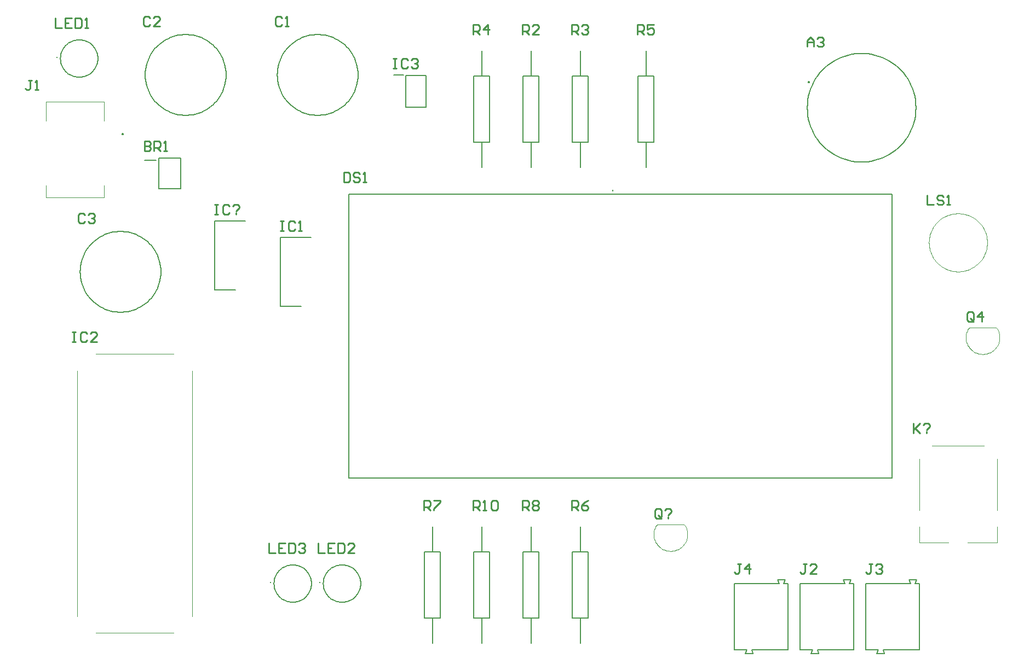
<source format=gto>
%FSTAX23Y23*%
%MOIN*%
%SFA1B1*%

%IPPOS*%
%ADD10C,0.003937*%
%ADD11C,0.007874*%
%ADD12C,0.005000*%
%ADD13C,0.010000*%
%LNpcb1-1*%
%LPD*%
G54D10*
X03596Y02894D02*
D01*
X03596Y02894*
X03597Y02894*
X03597Y02894*
X03597Y02894*
X03597Y02894*
X03597Y02894*
X03597Y02894*
X03597Y02894*
X03598Y02894*
X03598Y02894*
X03598Y02895*
X03598Y02895*
X03598Y02895*
X03598Y02895*
X03598Y02895*
X03598Y02895*
X03598Y02895*
X03598Y02895*
X03598Y02895*
X03598Y02896*
X03598Y02896*
X03598Y02896*
Y02896*
X03598Y02896*
X03598Y02896*
X03598Y02896*
X03598Y02897*
X03598Y02897*
X03598Y02897*
X03598Y02897*
X03598Y02897*
X03598Y02897*
X03598Y02897*
X03598Y02897*
X03598Y02897*
X03598Y02898*
X03597Y02898*
X03597Y02898*
X03597Y02898*
X03597Y02898*
X03597Y02898*
X03597Y02898*
X03597Y02898*
X03596Y02898*
X03596Y02898*
D01*
X03596Y02898*
X03596Y02898*
X03596Y02898*
X03596Y02898*
X03596Y02898*
X03596Y02898*
X03595Y02898*
X03595Y02898*
X03595Y02898*
X03595Y02897*
X03595Y02897*
X03595Y02897*
X03595Y02897*
X03595Y02897*
X03595Y02897*
X03595Y02897*
X03595Y02897*
X03594Y02897*
X03594Y02896*
X03594Y02896*
X03594Y02896*
X03594Y02896*
Y02896*
X03594Y02896*
X03594Y02896*
X03594Y02895*
X03594Y02895*
X03595Y02895*
X03595Y02895*
X03595Y02895*
X03595Y02895*
X03595Y02895*
X03595Y02895*
X03595Y02895*
X03595Y02894*
X03595Y02894*
X03595Y02894*
X03595Y02894*
X03596Y02894*
X03596Y02894*
X03596Y02894*
X03596Y02894*
X03596Y02894*
X03596Y02894*
X03596Y02894*
X03867Y0086D02*
D01*
X03863Y00854*
X03859Y00848*
X03856Y00841*
X03853Y00835*
X03851Y00828*
X03849Y00821*
X03848Y00814*
X03847Y00807*
X03847Y00799*
X03847Y00792*
X03848Y00785*
X03849Y00778*
X03851Y00771*
X03853Y00764*
X03856Y00758*
X03859Y00751*
X03863Y00745*
X03867Y00739*
X03871Y00734*
X03876Y00728*
X03881Y00723*
X03886Y00719*
X03892Y00715*
X03898Y00711*
X03905Y00707*
X03911Y00705*
X03918Y00702*
X03925Y007*
X03932Y00699*
X03939Y00698*
X03946Y00697*
X03953*
X0396Y00698*
X03967Y00699*
X03974Y007*
X03981Y00702*
X03988Y00705*
X03994Y00707*
X04001Y00711*
X04007Y00715*
X04013Y00719*
X04018Y00723*
X04023Y00728*
X04028Y00734*
X04032Y00739*
X04036Y00745*
X0404Y00751*
X04043Y00758*
X04046Y00764*
X04048Y00771*
X0405Y00778*
X04051Y00785*
X04052Y00792*
X04052Y008*
X04052Y00807*
X04051Y00814*
X0405Y00821*
X04048Y00828*
X04046Y00835*
X04043Y00841*
X0404Y00848*
X04036Y00854*
X04032Y0086*
X04032Y0086*
X01511Y00507D02*
D01*
X01511Y00507*
X01511Y00507*
X01511Y00507*
X01511Y00507*
X01511Y00507*
X01511Y00507*
X01511Y00506*
X01511Y00506*
X01511Y00506*
X01511Y00506*
X01511Y00506*
X01511Y00506*
X01511Y00506*
X01511Y00506*
X01512Y00506*
X01512Y00506*
X01512Y00506*
X01512Y00506*
X01512Y00505*
X01512Y00505*
X01512Y00505*
X01512Y00505*
X01513*
X01513Y00505*
X01513Y00505*
X01513Y00505*
X01513Y00506*
X01513Y00506*
X01513Y00506*
X01513Y00506*
X01514Y00506*
X01514Y00506*
X01514Y00506*
X01514Y00506*
X01514Y00506*
X01514Y00506*
X01514Y00506*
X01514Y00506*
X01514Y00507*
X01514Y00507*
X01514Y00507*
X01514Y00507*
X01514Y00507*
X01514Y00507*
X01514Y00507*
D01*
X01514Y00508*
X01514Y00508*
X01514Y00508*
X01514Y00508*
X01514Y00508*
X01514Y00508*
X01514Y00508*
X01514Y00508*
X01514Y00509*
X01514Y00509*
X01514Y00509*
X01514Y00509*
X01514Y00509*
X01514Y00509*
X01513Y00509*
X01513Y00509*
X01513Y00509*
X01513Y00509*
X01513Y00509*
X01513Y00509*
X01513Y00509*
X01513Y00509*
X01512*
X01512Y00509*
X01512Y00509*
X01512Y00509*
X01512Y00509*
X01512Y00509*
X01512Y00509*
X01512Y00509*
X01511Y00509*
X01511Y00509*
X01511Y00509*
X01511Y00509*
X01511Y00509*
X01511Y00509*
X01511Y00508*
X01511Y00508*
X01511Y00508*
X01511Y00508*
X01511Y00508*
X01511Y00508*
X01511Y00508*
X01511Y00508*
X01511Y00507*
X01811D02*
D01*
X01811Y00507*
X01811Y00507*
X01811Y00507*
X01811Y00507*
X01811Y00507*
X01811Y00507*
X01811Y00506*
X01811Y00506*
X01811Y00506*
X01811Y00506*
X01811Y00506*
X01811Y00506*
X01811Y00506*
X01811Y00506*
X01812Y00506*
X01812Y00506*
X01812Y00506*
X01812Y00506*
X01812Y00505*
X01812Y00505*
X01812Y00505*
X01812Y00505*
X01813*
X01813Y00505*
X01813Y00505*
X01813Y00505*
X01813Y00506*
X01813Y00506*
X01813Y00506*
X01813Y00506*
X01814Y00506*
X01814Y00506*
X01814Y00506*
X01814Y00506*
X01814Y00506*
X01814Y00506*
X01814Y00506*
X01814Y00506*
X01814Y00507*
X01814Y00507*
X01814Y00507*
X01814Y00507*
X01814Y00507*
X01814Y00507*
X01814Y00507*
D01*
X01814Y00508*
X01814Y00508*
X01814Y00508*
X01814Y00508*
X01814Y00508*
X01814Y00508*
X01814Y00508*
X01814Y00508*
X01814Y00509*
X01814Y00509*
X01814Y00509*
X01814Y00509*
X01814Y00509*
X01814Y00509*
X01813Y00509*
X01813Y00509*
X01813Y00509*
X01813Y00509*
X01813Y00509*
X01813Y00509*
X01813Y00509*
X01813Y00509*
X01812*
X01812Y00509*
X01812Y00509*
X01812Y00509*
X01812Y00509*
X01812Y00509*
X01812Y00509*
X01812Y00509*
X01811Y00509*
X01811Y00509*
X01811Y00509*
X01811Y00509*
X01811Y00509*
X01811Y00509*
X01811Y00508*
X01811Y00508*
X01811Y00508*
X01811Y00508*
X01811Y00508*
X01811Y00508*
X01811Y00508*
X01811Y00508*
X01811Y00507*
X05522Y02578D02*
D01*
X05523Y02566*
X05524Y02554*
X05526Y02541*
X05529Y02529*
X05533Y02518*
X05538Y02506*
X05543Y02495*
X05549Y02484*
X05556Y02474*
X05564Y02464*
X05572Y02455*
X05581Y02447*
X0559Y02439*
X056Y02431*
X05611Y02425*
X05622Y02419*
X05633Y02414*
X05645Y0241*
X05657Y02406*
X05669Y02404*
X05681Y02402*
X05693Y02401*
X05706*
X05718Y02402*
X0573Y02404*
X05742Y02406*
X05754Y0241*
X05766Y02414*
X05777Y02419*
X05788Y02425*
X05799Y02431*
X05809Y02439*
X05818Y02447*
X05827Y02455*
X05835Y02464*
X05843Y02474*
X0585Y02484*
X05856Y02495*
X05861Y02506*
X05866Y02518*
X0587Y02529*
X05873Y02541*
X05875Y02554*
X05876Y02566*
X05877Y02578*
D01*
X05876Y02591*
X05875Y02603*
X05873Y02615*
X0587Y02627*
X05866Y02639*
X05861Y0265*
X05856Y02661*
X0585Y02672*
X05843Y02682*
X05835Y02692*
X05827Y02701*
X05818Y0271*
X05809Y02718*
X05799Y02725*
X05788Y02732*
X05777Y02737*
X05766Y02743*
X05754Y02747*
X05742Y0275*
X0573Y02753*
X05718Y02754*
X05706Y02755*
X05693*
X05681Y02754*
X05669Y02753*
X05657Y0275*
X05645Y02747*
X05633Y02743*
X05622Y02737*
X05611Y02732*
X056Y02725*
X0559Y02718*
X05581Y0271*
X05572Y02701*
X05564Y02692*
X05556Y02682*
X05549Y02672*
X05543Y02661*
X05538Y0265*
X05533Y02639*
X05529Y02627*
X05526Y02615*
X05524Y02603*
X05523Y02591*
X05522Y02578*
X05767Y0206D02*
D01*
X05763Y02054*
X05759Y02048*
X05756Y02041*
X05753Y02035*
X05751Y02028*
X05749Y02021*
X05748Y02014*
X05747Y02007*
X05747Y01999*
X05747Y01992*
X05748Y01985*
X05749Y01978*
X05751Y01971*
X05753Y01964*
X05756Y01958*
X05759Y01951*
X05763Y01945*
X05767Y01939*
X05771Y01934*
X05776Y01928*
X05781Y01923*
X05786Y01919*
X05792Y01915*
X05798Y01911*
X05805Y01907*
X05811Y01905*
X05818Y01902*
X05825Y019*
X05832Y01899*
X05839Y01898*
X05846Y01897*
X05853*
X0586Y01898*
X05867Y01899*
X05874Y019*
X05881Y01902*
X05888Y01905*
X05894Y01907*
X05901Y01911*
X05907Y01915*
X05913Y01919*
X05918Y01923*
X05923Y01928*
X05928Y01934*
X05932Y01939*
X05936Y01945*
X0594Y01951*
X05943Y01958*
X05946Y01964*
X05948Y01971*
X0595Y01978*
X05951Y01985*
X05952Y01992*
X05952Y02*
X05952Y02007*
X05951Y02014*
X0595Y02021*
X05948Y02028*
X05946Y02035*
X05943Y02041*
X0594Y02048*
X05936Y02054*
X05932Y0206*
X05932Y0206*
X00211Y03707D02*
D01*
X00211Y03707*
X00211Y03707*
X00211Y03707*
X00211Y03707*
X00211Y03707*
X00211Y03707*
X00211Y03706*
X00211Y03706*
X00211Y03706*
X00211Y03706*
X00211Y03706*
X00211Y03706*
X00211Y03706*
X00211Y03706*
X00212Y03706*
X00212Y03706*
X00212Y03706*
X00212Y03706*
X00212Y03705*
X00212Y03705*
X00212Y03705*
X00212Y03705*
X00213*
X00213Y03705*
X00213Y03705*
X00213Y03705*
X00213Y03706*
X00213Y03706*
X00213Y03706*
X00213Y03706*
X00214Y03706*
X00214Y03706*
X00214Y03706*
X00214Y03706*
X00214Y03706*
X00214Y03706*
X00214Y03706*
X00214Y03706*
X00214Y03707*
X00214Y03707*
X00214Y03707*
X00214Y03707*
X00214Y03707*
X00214Y03707*
X00214Y03707*
D01*
X00214Y03708*
X00214Y03708*
X00214Y03708*
X00214Y03708*
X00214Y03708*
X00214Y03708*
X00214Y03708*
X00214Y03708*
X00214Y03709*
X00214Y03709*
X00214Y03709*
X00214Y03709*
X00214Y03709*
X00214Y03709*
X00213Y03709*
X00213Y03709*
X00213Y03709*
X00213Y03709*
X00213Y03709*
X00213Y03709*
X00213Y03709*
X00213Y03709*
X00212*
X00212Y03709*
X00212Y03709*
X00212Y03709*
X00212Y03709*
X00212Y03709*
X00212Y03709*
X00212Y03709*
X00211Y03709*
X00211Y03709*
X00211Y03709*
X00211Y03709*
X00211Y03709*
X00211Y03709*
X00211Y03708*
X00211Y03708*
X00211Y03708*
X00211Y03708*
X00211Y03708*
X00211Y03708*
X00211Y03708*
X00211Y03708*
X00211Y03707*
X00501Y03318D02*
Y03437D01*
X00147D02*
X00501D01*
X00147Y03318D02*
Y03437D01*
Y02854D02*
Y02925D01*
Y02854D02*
X00501D01*
Y02925*
X05463Y00748D02*
X0564D01*
X05463D02*
Y00847D01*
X05759Y00748D02*
X05936D01*
Y00847*
Y00945D02*
Y0126D01*
X05542Y01339D02*
X05857D01*
X05463Y00945D02*
Y0126D01*
X03867Y0086D02*
X04032D01*
X05767Y0206D02*
X05932D01*
X00452Y01899D02*
X00925D01*
X00452Y00199D02*
X00925D01*
X01038Y00301D02*
Y01797D01*
X00338Y00301D02*
Y01797D01*
G54D11*
X00615Y03244D02*
D01*
X00615Y03244*
X00615Y03244*
X00614Y03244*
X00614Y03243*
X00614Y03243*
X00614Y03243*
X00613Y03243*
X00613Y03243*
X00613Y03243*
X00613Y03243*
X00613Y03242*
X00612Y03242*
X00612Y03242*
X00612Y03242*
X00612Y03242*
X00612Y03241*
X00612Y03241*
X00612Y03241*
X00611Y03241*
X00611Y0324*
X00611Y0324*
X00611Y0324*
Y0324*
X00611Y03239*
X00611Y03239*
X00611Y03239*
X00612Y03238*
X00612Y03238*
X00612Y03238*
X00612Y03238*
X00612Y03237*
X00612Y03237*
X00612Y03237*
X00613Y03237*
X00613Y03237*
X00613Y03236*
X00613Y03236*
X00613Y03236*
X00614Y03236*
X00614Y03236*
X00614Y03236*
X00614Y03236*
X00615Y03236*
X00615Y03236*
X00615Y03236*
D01*
X00616Y03236*
X00616Y03236*
X00616Y03236*
X00616Y03236*
X00617Y03236*
X00617Y03236*
X00617Y03236*
X00617Y03236*
X00618Y03236*
X00618Y03237*
X00618Y03237*
X00618Y03237*
X00618Y03237*
X00619Y03237*
X00619Y03238*
X00619Y03238*
X00619Y03238*
X00619Y03238*
X00619Y03239*
X00619Y03239*
X00619Y03239*
X00619Y0324*
Y0324*
X00619Y0324*
X00619Y0324*
X00619Y03241*
X00619Y03241*
X00619Y03241*
X00619Y03241*
X00619Y03242*
X00619Y03242*
X00618Y03242*
X00618Y03242*
X00618Y03242*
X00618Y03243*
X00618Y03243*
X00617Y03243*
X00617Y03243*
X00617Y03243*
X00617Y03243*
X00616Y03243*
X00616Y03244*
X00616Y03244*
X00616Y03244*
X00615Y03244*
X00847Y024D02*
D01*
X00847Y02417*
X00845Y02434*
X00842Y02451*
X00838Y02467*
X00832Y02484*
X00826Y025*
X00818Y02515*
X0081Y0253*
X008Y02544*
X0079Y02558*
X00778Y0257*
X00766Y02582*
X00753Y02593*
X00739Y02603*
X00724Y02613*
X00709Y02621*
X00693Y02628*
X00677Y02634*
X00661Y02638*
X00644Y02642*
X00627Y02644*
X0061Y02645*
X00592*
X00575Y02644*
X00558Y02642*
X00542Y02638*
X00525Y02634*
X00509Y02628*
X00493Y02621*
X00478Y02613*
X00463Y02603*
X0045Y02593*
X00436Y02582*
X00424Y0257*
X00413Y02558*
X00402Y02544*
X00392Y0253*
X00384Y02515*
X00376Y025*
X0037Y02484*
X00365Y02467*
X0036Y02451*
X00357Y02434*
X00356Y02417*
X00355Y024*
X00356Y02382*
X00357Y02365*
X0036Y02348*
X00365Y02332*
X0037Y02315*
X00376Y02299*
X00384Y02284*
X00392Y02269*
X00402Y02255*
X00413Y02241*
X00424Y02229*
X00436Y02217*
X0045Y02206*
X00463Y02196*
X00478Y02186*
X00493Y02178*
X00509Y02171*
X00525Y02165*
X00542Y02161*
X00558Y02157*
X00575Y02155*
X00592Y02154*
X0061*
X00627Y02155*
X00644Y02157*
X00661Y02161*
X00677Y02165*
X00693Y02171*
X00709Y02178*
X00724Y02186*
X00739Y02196*
X00753Y02206*
X00766Y02217*
X00778Y02229*
X0079Y02241*
X008Y02255*
X0081Y02269*
X00818Y02284*
X00826Y02299*
X00832Y02315*
X00838Y02332*
X00842Y02348*
X00845Y02365*
X00847Y02382*
X00847Y024*
X0165Y00614D02*
D01*
X01642Y00613*
X01634Y00613*
X01626Y00611*
X01618Y00609*
X0161Y00607*
X01603Y00604*
X01596Y006*
X01589Y00596*
X01582Y00592*
X01576Y00587*
X0157Y00582*
X01565Y00576*
X0156Y0057*
X01555Y00563*
X01551Y00557*
X01547Y0055*
X01544Y00542*
X01541Y00535*
X01539Y00527*
X01537Y00519*
X01536Y00511*
X01535Y00503*
Y00496*
X01536Y00488*
X01537Y0048*
X01539Y00472*
X01541Y00464*
X01544Y00457*
X01547Y00449*
X01551Y00442*
X01555Y00436*
X0156Y00429*
X01565Y00423*
X0157Y00417*
X01576Y00412*
X01582Y00407*
X01589Y00403*
X01596Y00399*
X01603Y00395*
X0161Y00392*
X01618Y0039*
X01626Y00388*
X01634Y00386*
X01642Y00386*
X0165Y00385*
D01*
X01657Y00386*
X01665Y00386*
X01673Y00388*
X01681Y0039*
X01689Y00392*
X01696Y00395*
X01703Y00399*
X0171Y00403*
X01717Y00407*
X01723Y00412*
X01729Y00417*
X01734Y00423*
X01739Y00429*
X01744Y00436*
X01748Y00442*
X01752Y00449*
X01755Y00457*
X01758Y00464*
X0176Y00472*
X01762Y0048*
X01763Y00488*
X01764Y00496*
Y00503*
X01763Y00511*
X01762Y00519*
X0176Y00527*
X01758Y00535*
X01755Y00542*
X01752Y0055*
X01748Y00557*
X01744Y00563*
X01739Y0057*
X01734Y00576*
X01729Y00582*
X01723Y00587*
X01717Y00592*
X0171Y00596*
X01703Y006*
X01696Y00604*
X01689Y00607*
X01681Y00609*
X01673Y00611*
X01665Y00613*
X01657Y00613*
X0165Y00614*
X0195D02*
D01*
X01942Y00613*
X01934Y00613*
X01926Y00611*
X01918Y00609*
X0191Y00607*
X01903Y00604*
X01896Y006*
X01889Y00596*
X01882Y00592*
X01876Y00587*
X0187Y00582*
X01865Y00576*
X0186Y0057*
X01855Y00563*
X01851Y00557*
X01847Y0055*
X01844Y00542*
X01841Y00535*
X01839Y00527*
X01837Y00519*
X01836Y00511*
X01835Y00503*
Y00496*
X01836Y00488*
X01837Y0048*
X01839Y00472*
X01841Y00464*
X01844Y00457*
X01847Y00449*
X01851Y00442*
X01855Y00436*
X0186Y00429*
X01865Y00423*
X0187Y00417*
X01876Y00412*
X01882Y00407*
X01889Y00403*
X01896Y00399*
X01903Y00395*
X0191Y00392*
X01918Y0039*
X01926Y00388*
X01934Y00386*
X01942Y00386*
X0195Y00385*
D01*
X01957Y00386*
X01965Y00386*
X01973Y00388*
X01981Y0039*
X01989Y00392*
X01996Y00395*
X02003Y00399*
X0201Y00403*
X02017Y00407*
X02023Y00412*
X02029Y00417*
X02034Y00423*
X02039Y00429*
X02044Y00436*
X02048Y00442*
X02052Y00449*
X02055Y00457*
X02058Y00464*
X0206Y00472*
X02062Y0048*
X02063Y00488*
X02064Y00496*
Y00503*
X02063Y00511*
X02062Y00519*
X0206Y00527*
X02058Y00535*
X02055Y00542*
X02052Y0055*
X02048Y00557*
X02044Y00563*
X02039Y0057*
X02034Y00576*
X02029Y00582*
X02023Y00587*
X02017Y00592*
X0201Y00596*
X02003Y006*
X01996Y00604*
X01989Y00607*
X01981Y00609*
X01973Y00611*
X01965Y00613*
X01957Y00613*
X0195Y00614*
X01244Y036D02*
D01*
X01243Y03617*
X01242Y03634*
X01239Y03651*
X01234Y03667*
X01229Y03684*
X01223Y037*
X01215Y03715*
X01207Y0373*
X01197Y03744*
X01186Y03758*
X01175Y0377*
X01163Y03782*
X01149Y03793*
X01136Y03803*
X01121Y03813*
X01106Y03821*
X0109Y03828*
X01074Y03834*
X01057Y03838*
X01041Y03842*
X01024Y03844*
X01007Y03845*
X00989*
X00972Y03844*
X00955Y03842*
X00938Y03838*
X00922Y03834*
X00906Y03828*
X0089Y03821*
X00875Y03813*
X0086Y03803*
X00846Y03793*
X00833Y03782*
X00821Y0377*
X00809Y03758*
X00799Y03744*
X00789Y0373*
X00781Y03715*
X00773Y037*
X00767Y03684*
X00761Y03667*
X00757Y03651*
X00754Y03634*
X00752Y03617*
X00752Y036*
X00752Y03582*
X00754Y03565*
X00757Y03548*
X00761Y03532*
X00767Y03515*
X00773Y03499*
X00781Y03484*
X00789Y03469*
X00799Y03455*
X00809Y03441*
X00821Y03429*
X00833Y03417*
X00846Y03406*
X0086Y03396*
X00875Y03386*
X0089Y03378*
X00906Y03371*
X00922Y03365*
X00938Y03361*
X00955Y03357*
X00972Y03355*
X00989Y03354*
X01007*
X01024Y03355*
X01041Y03357*
X01057Y03361*
X01074Y03365*
X0109Y03371*
X01106Y03378*
X01121Y03386*
X01136Y03396*
X01149Y03406*
X01163Y03417*
X01175Y03429*
X01186Y03441*
X01197Y03455*
X01207Y03469*
X01215Y03484*
X01223Y03499*
X01229Y03515*
X01234Y03532*
X01239Y03548*
X01242Y03565*
X01243Y03582*
X01244Y036*
X0035Y03814D02*
D01*
X00342Y03813*
X00334Y03813*
X00326Y03811*
X00318Y03809*
X0031Y03807*
X00303Y03804*
X00296Y038*
X00289Y03796*
X00282Y03792*
X00276Y03787*
X0027Y03782*
X00265Y03776*
X0026Y0377*
X00255Y03763*
X00251Y03757*
X00247Y0375*
X00244Y03742*
X00241Y03735*
X00239Y03727*
X00237Y03719*
X00236Y03711*
X00235Y03703*
Y03696*
X00236Y03688*
X00237Y0368*
X00239Y03672*
X00241Y03664*
X00244Y03657*
X00247Y03649*
X00251Y03642*
X00255Y03636*
X0026Y03629*
X00265Y03623*
X0027Y03617*
X00276Y03612*
X00282Y03607*
X00289Y03603*
X00296Y03599*
X00303Y03595*
X0031Y03592*
X00318Y0359*
X00326Y03588*
X00334Y03586*
X00342Y03586*
X0035Y03585*
D01*
X00357Y03586*
X00365Y03586*
X00373Y03588*
X00381Y0359*
X00389Y03592*
X00396Y03595*
X00403Y03599*
X0041Y03603*
X00417Y03607*
X00423Y03612*
X00429Y03617*
X00434Y03623*
X00439Y03629*
X00444Y03636*
X00448Y03642*
X00452Y03649*
X00455Y03657*
X00458Y03664*
X0046Y03672*
X00462Y0368*
X00463Y03688*
X00464Y03696*
Y03703*
X00463Y03711*
X00462Y03719*
X0046Y03727*
X00458Y03735*
X00455Y03742*
X00452Y0375*
X00448Y03757*
X00444Y03763*
X00439Y0377*
X00434Y03776*
X00429Y03782*
X00423Y03787*
X00417Y03792*
X0041Y03796*
X00403Y038*
X00396Y03804*
X00389Y03807*
X00381Y03809*
X00373Y03811*
X00365Y03813*
X00357Y03813*
X0035Y03814*
X04794Y03557D02*
D01*
X04794Y03557*
X04794Y03558*
X04794Y03558*
X04793Y03558*
X04793Y03558*
X04793Y03559*
X04793Y03559*
X04793Y03559*
X04793Y03559*
X04793Y0356*
X04792Y0356*
X04792Y0356*
X04792Y0356*
X04792Y0356*
X04792Y0356*
X04791Y03561*
X04791Y03561*
X04791Y03561*
X04791Y03561*
X0479Y03561*
X0479Y03561*
X0479Y03561*
X0479*
X04789Y03561*
X04789Y03561*
X04789Y03561*
X04788Y03561*
X04788Y03561*
X04788Y03561*
X04788Y0356*
X04787Y0356*
X04787Y0356*
X04787Y0356*
X04787Y0356*
X04787Y0356*
X04786Y03559*
X04786Y03559*
X04786Y03559*
X04786Y03559*
X04786Y03558*
X04786Y03558*
X04786Y03558*
X04786Y03558*
X04786Y03557*
X04786Y03557*
X04786Y03557*
X04786Y03556*
X04786Y03556*
X04786Y03556*
X04786Y03556*
X04786Y03555*
X04786Y03555*
X04786Y03555*
X04786Y03555*
X04787Y03554*
X04787Y03554*
X04787Y03554*
X04787Y03554*
X04787Y03554*
X04788Y03554*
X04788Y03553*
X04788Y03553*
X04788Y03553*
X04789Y03553*
X04789Y03553*
X04789Y03553*
X0479Y03553*
X0479*
X0479Y03553*
X0479Y03553*
X04791Y03553*
X04791Y03553*
X04791Y03553*
X04791Y03553*
X04792Y03554*
X04792Y03554*
X04792Y03554*
X04792Y03554*
X04792Y03554*
X04793Y03554*
X04793Y03555*
X04793Y03555*
X04793Y03555*
X04793Y03555*
X04793Y03556*
X04793Y03556*
X04794Y03556*
X04794Y03556*
X04794Y03557*
X04794Y03557*
X02047Y036D02*
D01*
X02047Y03617*
X02045Y03634*
X02042Y03651*
X02038Y03667*
X02032Y03684*
X02026Y037*
X02018Y03715*
X0201Y0373*
X02Y03744*
X0199Y03758*
X01978Y0377*
X01966Y03782*
X01953Y03793*
X01939Y03803*
X01924Y03813*
X01909Y03821*
X01893Y03828*
X01877Y03834*
X01861Y03838*
X01844Y03842*
X01827Y03844*
X0181Y03845*
X01792*
X01775Y03844*
X01758Y03842*
X01742Y03838*
X01725Y03834*
X01709Y03828*
X01693Y03821*
X01678Y03813*
X01663Y03803*
X0165Y03793*
X01636Y03782*
X01624Y0377*
X01613Y03758*
X01602Y03744*
X01592Y0373*
X01584Y03715*
X01576Y037*
X0157Y03684*
X01565Y03667*
X0156Y03651*
X01557Y03634*
X01556Y03617*
X01555Y036*
X01556Y03582*
X01557Y03565*
X0156Y03548*
X01565Y03532*
X0157Y03515*
X01576Y03499*
X01584Y03484*
X01592Y03469*
X01602Y03455*
X01613Y03441*
X01624Y03429*
X01636Y03417*
X0165Y03406*
X01663Y03396*
X01678Y03386*
X01693Y03378*
X01709Y03371*
X01725Y03365*
X01742Y03361*
X01758Y03357*
X01775Y03355*
X01792Y03354*
X0181*
X01827Y03355*
X01844Y03357*
X01861Y03361*
X01877Y03365*
X01893Y03371*
X01909Y03378*
X01924Y03386*
X01939Y03396*
X01953Y03406*
X01966Y03417*
X01978Y03429*
X0199Y03441*
X02Y03455*
X0201Y03469*
X02018Y03484*
X02026Y03499*
X02032Y03515*
X02038Y03532*
X02042Y03548*
X02045Y03565*
X02047Y03582*
X02047Y036*
X05298Y01142D02*
Y02874D01*
X01991D02*
X05298D01*
X01991Y01142D02*
Y02874D01*
Y01142D02*
X05298D01*
X03352Y03188D02*
Y03594D01*
X03447*
Y03188D02*
Y03594D01*
X03352Y03188D02*
X03447D01*
X034Y03036D02*
Y03188D01*
Y03594D02*
Y03747D01*
X01175Y0271D02*
X01361D01*
X01175Y0229D02*
Y0271D01*
Y0229D02*
X013D01*
X03052Y00288D02*
Y00694D01*
X03147*
Y00288D02*
Y00694D01*
X03052Y00288D02*
X03147D01*
X031Y00136D02*
Y00288D01*
Y00694D02*
Y00847D01*
X02752Y00288D02*
Y00694D01*
X02847*
Y00288D02*
Y00694D01*
X02752Y00288D02*
X02847D01*
X028Y00136D02*
Y00288D01*
Y00694D02*
Y00847D01*
X05136Y00097D02*
Y00499D01*
X05411*
X05402Y00522D02*
X05411Y00499D01*
X05402Y00522D02*
X05449D01*
X05439Y00499D02*
X05449Y00522D01*
X05439Y00499D02*
X05463D01*
Y00097D02*
Y00499D01*
X05243Y00097D02*
X05463D01*
X05243D02*
X05252Y00074D01*
X05205D02*
X05252D01*
X05205D02*
X05215Y00097D01*
X05136D02*
X05215D01*
X04736D02*
Y00499D01*
X05011*
X05002Y00522D02*
X05011Y00499D01*
X05002Y00522D02*
X05049D01*
X05039Y00499D02*
X05049Y00522D01*
X05039Y00499D02*
X05063D01*
Y00097D02*
Y00499D01*
X04843Y00097D02*
X05063D01*
X04843D02*
X04852Y00074D01*
X04805D02*
X04852D01*
X04805D02*
X04815Y00097D01*
X04736D02*
X04815D01*
X04336D02*
Y00499D01*
X04611*
X04602Y00522D02*
X04611Y00499D01*
X04602Y00522D02*
X04649D01*
X04639Y00499D02*
X04649Y00522D01*
X04639Y00499D02*
X04663D01*
Y00097D02*
Y00499D01*
X04443Y00097D02*
X04663D01*
X04443D02*
X04452Y00074D01*
X04405D02*
X04452D01*
X04405D02*
X04415Y00097D01*
X04336D02*
X04415D01*
X02452Y00288D02*
Y00694D01*
X02547*
Y00288D02*
Y00694D01*
X02452Y00288D02*
X02547D01*
X025Y00136D02*
Y00288D01*
Y00694D02*
Y00847D01*
X03352Y00288D02*
Y00694D01*
X03447*
Y00288D02*
Y00694D01*
X03352Y00288D02*
X03447D01*
X034Y00136D02*
Y00288D01*
Y00694D02*
Y00847D01*
X02752Y03188D02*
Y03594D01*
X02847*
Y03188D02*
Y03594D01*
X02752Y03188D02*
X02847D01*
X028Y03036D02*
Y03188D01*
Y03594D02*
Y03747D01*
X03752Y03188D02*
Y03594D01*
X03847*
Y03188D02*
Y03594D01*
X03752Y03188D02*
X03847D01*
X038Y03036D02*
Y03188D01*
Y03594D02*
Y03747D01*
X03052Y03188D02*
Y03594D01*
X03147*
Y03188D02*
Y03594D01*
X03052Y03188D02*
X03147D01*
X031Y03036D02*
Y03188D01*
Y03594D02*
Y03747D01*
X02263Y03601D02*
X02323D01*
X02337Y03403D02*
Y03596D01*
Y03403D02*
X02462D01*
Y03596*
X02337D02*
X02462D01*
X01575Y02609D02*
X01761D01*
X01575Y02189D02*
Y02609D01*
Y02189D02*
X017D01*
X00833Y03092D02*
X00966D01*
Y02907D02*
Y03092D01*
X00833Y02907D02*
X00966D01*
X00833D02*
Y03092D01*
X00746Y0308D02*
X00819D01*
G54D12*
X05443Y034D02*
D01*
X05442Y03423*
X0544Y03446*
X05436Y03468*
X0543Y03491*
X05423Y03513*
X05415Y03534*
X05404Y03555*
X05393Y03575*
X0538Y03594*
X05366Y03612*
X0535Y03629*
X05334Y03645*
X05316Y0366*
X05297Y03674*
X05278Y03686*
X05257Y03697*
X05236Y03706*
X05215Y03714*
X05192Y0372*
X0517Y03725*
X05147Y03728*
X05124Y0373*
X05101*
X05078Y03728*
X05055Y03725*
X05032Y0372*
X0501Y03714*
X04989Y03706*
X04968Y03697*
X04947Y03686*
X04928Y03674*
X04909Y0366*
X04891Y03645*
X04875Y03629*
X04859Y03612*
X04845Y03594*
X04832Y03575*
X0482Y03555*
X0481Y03534*
X04802Y03513*
X04795Y03491*
X04789Y03468*
X04785Y03446*
X04783Y03423*
X04782Y034*
X04783Y03376*
X04785Y03353*
X04789Y03331*
X04795Y03308*
X04802Y03286*
X0481Y03265*
X0482Y03244*
X04832Y03224*
X04845Y03205*
X04859Y03187*
X04875Y0317*
X04891Y03154*
X04909Y03139*
X04928Y03125*
X04947Y03113*
X04968Y03102*
X04989Y03093*
X0501Y03085*
X05032Y03079*
X05055Y03074*
X05078Y03071*
X05101Y03069*
X05124*
X05147Y03071*
X0517Y03074*
X05192Y03079*
X05215Y03085*
X05236Y03093*
X05257Y03102*
X05278Y03113*
X05297Y03125*
X05316Y03139*
X05334Y03154*
X0535Y0317*
X05366Y03187*
X0538Y03205*
X05393Y03224*
X05404Y03244*
X05415Y03265*
X05423Y03286*
X0543Y03308*
X05436Y03331*
X0544Y03353*
X05442Y03376*
X05443Y034*
G54D13*
X0196Y03005D02*
Y02946D01*
X01989*
X01999Y02955*
Y02995*
X01989Y03005*
X0196*
X02059Y02995D02*
X02049Y03005D01*
X02029*
X02019Y02995*
Y02985*
X02029Y02975*
X02049*
X02059Y02965*
Y02955*
X02049Y02946*
X02029*
X02019Y02955*
X02079Y02946D02*
X02099D01*
X02089*
Y03005*
X02079Y02995*
X03048Y00947D02*
Y01006D01*
X03077*
X03087Y00996*
Y00976*
X03077Y00966*
X03048*
X03067D02*
X03087Y00947D01*
X03107Y00996D02*
X03117Y01006D01*
X03137*
X03147Y00996*
Y00986*
X03137Y00976*
X03147Y00966*
Y00956*
X03137Y00947*
X03117*
X03107Y00956*
Y00966*
X03117Y00976*
X03107Y00986*
Y00996*
X03117Y00976D02*
X03137D01*
X02748Y00947D02*
Y01006D01*
X02777*
X02787Y00996*
Y00976*
X02777Y00966*
X02748*
X02767D02*
X02787Y00947D01*
X02807D02*
X02827D01*
X02817*
Y01006*
X02807Y00996*
X02857D02*
X02867Y01006D01*
X02887*
X02897Y00996*
Y00956*
X02887Y00947*
X02867*
X02857Y00956*
Y00996*
X02448Y00947D02*
Y01006D01*
X02477*
X02487Y00996*
Y00976*
X02477Y00966*
X02448*
X02467D02*
X02487Y00947D01*
X02507Y01006D02*
X02547D01*
Y00996*
X02507Y00956*
Y00947*
X03893Y00905D02*
Y00945D01*
X03883Y00955*
X03863*
X03854Y00945*
Y00905*
X03863Y00896*
X03883*
X03873Y00915D02*
X03893Y00896D01*
X03883D02*
X03893Y00905D01*
X03913Y00945D02*
X03923Y00955D01*
X03943*
X03953Y00945*
Y00935*
X03933Y00915*
Y00905D02*
Y00896D01*
X01504Y00745D02*
Y00686D01*
X01543*
X01603Y00745D02*
X01563D01*
Y00686*
X01603*
X01563Y00715D02*
X01583D01*
X01623Y00745D02*
Y00686D01*
X01653*
X01663Y00695*
Y00735*
X01653Y00745*
X01623*
X01683Y00735D02*
X01693Y00745D01*
X01713*
X01723Y00735*
Y00725*
X01713Y00715*
X01703*
X01713*
X01723Y00705*
Y00695*
X01713Y00686*
X01693*
X01683Y00695*
X01804Y00745D02*
Y00686D01*
X01843*
X01903Y00745D02*
X01863D01*
Y00686*
X01903*
X01863Y00715D02*
X01883D01*
X01923Y00745D02*
Y00686D01*
X01953*
X01963Y00695*
Y00735*
X01953Y00745*
X01923*
X02023Y00686D02*
X01983D01*
X02023Y00725*
Y00735*
X02013Y00745*
X01993*
X01983Y00735*
X05428Y01475D02*
Y01416D01*
Y01435*
X05467Y01475*
X05437Y01445*
X05467Y01416*
X05487Y01465D02*
X05497Y01475D01*
X05517*
X05527Y01465*
Y01455*
X05507Y01435*
Y01425D02*
Y01416D01*
X05178Y0062D02*
X05158D01*
X05168*
Y0057*
X05158Y00561*
X05148*
X05139Y0057*
X05198Y0061D02*
X05208Y0062D01*
X05228*
X05238Y0061*
Y006*
X05228Y0059*
X05218*
X05228*
X05238Y0058*
Y0057*
X05228Y00561*
X05208*
X05198Y0057*
X04778Y0062D02*
X04758D01*
X04768*
Y0057*
X04758Y00561*
X04748*
X04739Y0057*
X04838Y00561D02*
X04798D01*
X04838Y006*
Y0061*
X04828Y0062*
X04808*
X04798Y0061*
X04378Y0062D02*
X04358D01*
X04368*
Y0057*
X04358Y00561*
X04348*
X04339Y0057*
X04428Y00561D02*
Y0062D01*
X04398Y0059*
X04438*
X01175Y0281D02*
X01194D01*
X01184*
Y02751*
X01175*
X01194*
X01264Y028D02*
X01254Y0281D01*
X01234*
X01224Y028*
Y0276*
X01234Y02751*
X01254*
X01264Y0276*
X01284Y028D02*
X01294Y0281D01*
X01314*
X01324Y028*
Y0279*
X01304Y0277*
Y0276D02*
Y02751D01*
X00384Y02746D02*
X00374Y02756D01*
X00354*
X00345Y02746*
Y02706*
X00354Y02697*
X00374*
X00384Y02706*
X00404Y02746D02*
X00414Y02756D01*
X00434*
X00444Y02746*
Y02736*
X00434Y02726*
X00424*
X00434*
X00444Y02716*
Y02706*
X00434Y02697*
X00414*
X00404Y02706*
X03348Y00947D02*
Y01006D01*
X03377*
X03387Y00996*
Y00976*
X03377Y00966*
X03348*
X03367D02*
X03387Y00947D01*
X03447Y01006D02*
X03427Y00996D01*
X03407Y00976*
Y00956*
X03417Y00947*
X03437*
X03447Y00956*
Y00966*
X03437Y00976*
X03407*
X03748Y03847D02*
Y03906D01*
X03777*
X03787Y03896*
Y03876*
X03777Y03866*
X03748*
X03767D02*
X03787Y03847D01*
X03847Y03906D02*
X03807D01*
Y03876*
X03827Y03886*
X03837*
X03847Y03876*
Y03856*
X03837Y03847*
X03817*
X03807Y03856*
X02748Y03847D02*
Y03906D01*
X02777*
X02787Y03896*
Y03876*
X02777Y03866*
X02748*
X02767D02*
X02787Y03847D01*
X02837D02*
Y03906D01*
X02807Y03876*
X02847*
X05793Y02105D02*
Y02145D01*
X05783Y02155*
X05763*
X05754Y02145*
Y02105*
X05763Y02096*
X05783*
X05773Y02115D02*
X05793Y02096D01*
X05783D02*
X05793Y02105D01*
X05843Y02096D02*
Y02155D01*
X05813Y02125*
X05853*
X05511Y02867D02*
Y02808D01*
X0555*
X0561Y02857D02*
X056Y02867D01*
X0558*
X0557Y02857*
Y02847*
X0558Y02837*
X056*
X0561Y02827*
Y02817*
X056Y02808*
X0558*
X0557Y02817*
X0563Y02808D02*
X0565D01*
X0564*
Y02867*
X0563Y02857*
X00204Y03945D02*
Y03886D01*
X00243*
X00303Y03945D02*
X00263D01*
Y03886*
X00303*
X00263Y03915D02*
X00283D01*
X00323Y03945D02*
Y03886D01*
X00353*
X00363Y03895*
Y03935*
X00353Y03945*
X00323*
X00383Y03886D02*
X00403D01*
X00393*
Y03945*
X00383Y03935*
X04781Y03772D02*
Y03811D01*
X048Y03831*
X0482Y03811*
Y03772*
Y03801*
X04781*
X0484Y03821D02*
X0485Y03831D01*
X0487*
X0488Y03821*
Y03811*
X0487Y03801*
X0486*
X0487*
X0488Y03791*
Y03781*
X0487Y03772*
X0485*
X0484Y03781*
X03348Y03847D02*
Y03906D01*
X03377*
X03387Y03896*
Y03876*
X03377Y03866*
X03348*
X03367D02*
X03387Y03847D01*
X03407Y03896D02*
X03417Y03906D01*
X03437*
X03447Y03896*
Y03886*
X03437Y03876*
X03427*
X03437*
X03447Y03866*
Y03856*
X03437Y03847*
X03417*
X03407Y03856*
X03048Y03847D02*
Y03906D01*
X03077*
X03087Y03896*
Y03876*
X03077Y03866*
X03048*
X03067D02*
X03087Y03847D01*
X03147D02*
X03107D01*
X03147Y03886*
Y03896*
X03137Y03906*
X03117*
X03107Y03896*
X0006Y03567D02*
X0004D01*
X0005*
Y03517*
X0004Y03508*
X0003*
X00021Y03517*
X0008Y03508D02*
X001D01*
X0009*
Y03567*
X0008Y03557*
X02262Y03698D02*
X02281D01*
X02271*
Y03639*
X02262*
X02281*
X02351Y03688D02*
X02341Y03698D01*
X02321*
X02311Y03688*
Y03648*
X02321Y03639*
X02341*
X02351Y03648*
X02371Y03688D02*
X02381Y03698D01*
X02401*
X02411Y03688*
Y03678*
X02401Y03668*
X02391*
X02401*
X02411Y03658*
Y03648*
X02401Y03639*
X02381*
X02371Y03648*
X00308Y02033D02*
X00327D01*
X00317*
Y01974*
X00308*
X00327*
X00397Y02023D02*
X00387Y02033D01*
X00367*
X00357Y02023*
Y01983*
X00367Y01974*
X00387*
X00397Y01983*
X00457Y01974D02*
X00417D01*
X00457Y02013*
Y02023*
X00447Y02033*
X00427*
X00417Y02023*
X01575Y0271D02*
X01594D01*
X01584*
Y02651*
X01575*
X01594*
X01664Y027D02*
X01654Y0271D01*
X01634*
X01624Y027*
Y0266*
X01634Y02651*
X01654*
X01664Y0266*
X01684Y02651D02*
X01704D01*
X01694*
Y0271*
X01684Y027*
X00781Y03946D02*
X00771Y03956D01*
X00751*
X00742Y03946*
Y03906*
X00751Y03897*
X00771*
X00781Y03906*
X00841Y03897D02*
X00801D01*
X00841Y03936*
Y03946*
X00831Y03956*
X00811*
X00801Y03946*
X01584D02*
X01574Y03956D01*
X01554*
X01545Y03946*
Y03906*
X01554Y03897*
X01574*
X01584Y03906*
X01604Y03897D02*
X01624D01*
X01614*
Y03956*
X01604Y03946*
X00746Y03196D02*
Y03137D01*
X00775*
X00785Y03146*
Y03156*
X00775Y03166*
X00746*
X00775*
X00785Y03176*
Y03186*
X00775Y03196*
X00746*
X00805Y03137D02*
Y03196D01*
X00835*
X00845Y03186*
Y03166*
X00835Y03156*
X00805*
X00825D02*
X00845Y03137D01*
X00865D02*
X00885D01*
X00875*
Y03196*
X00865Y03186*
M02*
</source>
